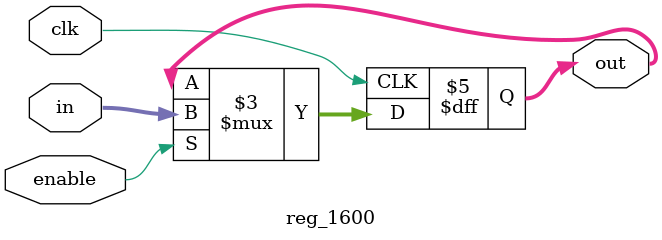
<source format=v>
module reg_1600(out, in, enable, clk);
output [1599:0] out;
input [1599:0] in;
input enable, clk;
reg [1599:0] out;

always @(posedge clk) begin

    if(enable) 
        out <= in;
    else 
        out <= out;
    
end

endmodule

</source>
